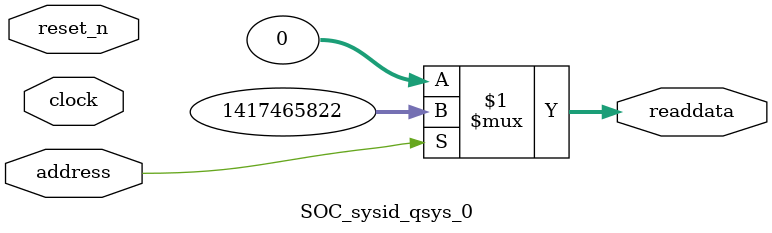
<source format=v>

`timescale 1ns / 1ps
// synthesis translate_on

// turn off superfluous verilog processor warnings 
// altera message_level Level1 
// altera message_off 10034 10035 10036 10037 10230 10240 10030 

module SOC_sysid_qsys_0 (
               // inputs:
                address,
                clock,
                reset_n,

               // outputs:
                readdata
             )
;

  output  [ 31: 0] readdata;
  input            address;
  input            clock;
  input            reset_n;

  wire    [ 31: 0] readdata;
  //control_slave, which is an e_avalon_slave
  assign readdata = address ? 1417465822 : 0;

endmodule




</source>
